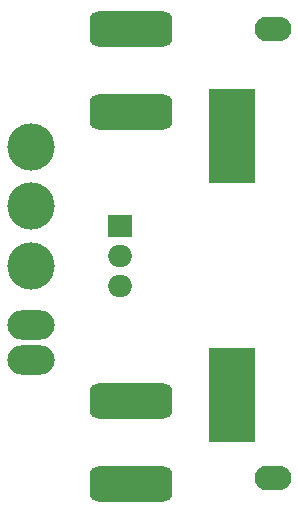
<source format=gbr>
G04 #@! TF.GenerationSoftware,KiCad,Pcbnew,8.0.0*
G04 #@! TF.CreationDate,2024-06-05T07:53:31-07:00*
G04 #@! TF.ProjectId,sim_switch,73696d5f-7377-4697-9463-682e6b696361,rev?*
G04 #@! TF.SameCoordinates,Original*
G04 #@! TF.FileFunction,Soldermask,Top*
G04 #@! TF.FilePolarity,Negative*
%FSLAX46Y46*%
G04 Gerber Fmt 4.6, Leading zero omitted, Abs format (unit mm)*
G04 Created by KiCad (PCBNEW 8.0.0) date 2024-06-05 07:53:31*
%MOMM*%
%LPD*%
G01*
G04 APERTURE LIST*
G04 Aperture macros list*
%AMRoundRect*
0 Rectangle with rounded corners*
0 $1 Rounding radius*
0 $2 $3 $4 $5 $6 $7 $8 $9 X,Y pos of 4 corners*
0 Add a 4 corners polygon primitive as box body*
4,1,4,$2,$3,$4,$5,$6,$7,$8,$9,$2,$3,0*
0 Add four circle primitives for the rounded corners*
1,1,$1+$1,$2,$3*
1,1,$1+$1,$4,$5*
1,1,$1+$1,$6,$7*
1,1,$1+$1,$8,$9*
0 Add four rect primitives between the rounded corners*
20,1,$1+$1,$2,$3,$4,$5,0*
20,1,$1+$1,$4,$5,$6,$7,0*
20,1,$1+$1,$6,$7,$8,$9,0*
20,1,$1+$1,$8,$9,$2,$3,0*%
G04 Aperture macros list end*
%ADD10R,4.000000X8.000000*%
%ADD11O,3.100000X2.100000*%
%ADD12RoundRect,0.750000X-2.750000X-0.750000X2.750000X-0.750000X2.750000X0.750000X-2.750000X0.750000X0*%
%ADD13RoundRect,0.750000X2.750000X0.750000X-2.750000X0.750000X-2.750000X-0.750000X2.750000X-0.750000X0*%
%ADD14O,4.000000X2.500000*%
%ADD15C,4.000000*%
%ADD16R,2.000000X1.905000*%
%ADD17O,2.000000X1.905000*%
G04 APERTURE END LIST*
D10*
X162000000Y-66000000D03*
X162000000Y-88000000D03*
D11*
X165500000Y-57000000D03*
D12*
X153500000Y-88500000D03*
X153500000Y-95500000D03*
D13*
X153500000Y-64000000D03*
X153500000Y-57000000D03*
D14*
X145000000Y-85000000D03*
X145000000Y-82000000D03*
D15*
X145000000Y-77000000D03*
X145000000Y-72000000D03*
X145000000Y-67000000D03*
D16*
X152555000Y-73660000D03*
D17*
X152555000Y-76200000D03*
X152555000Y-78740000D03*
D11*
X165500000Y-95000000D03*
M02*

</source>
